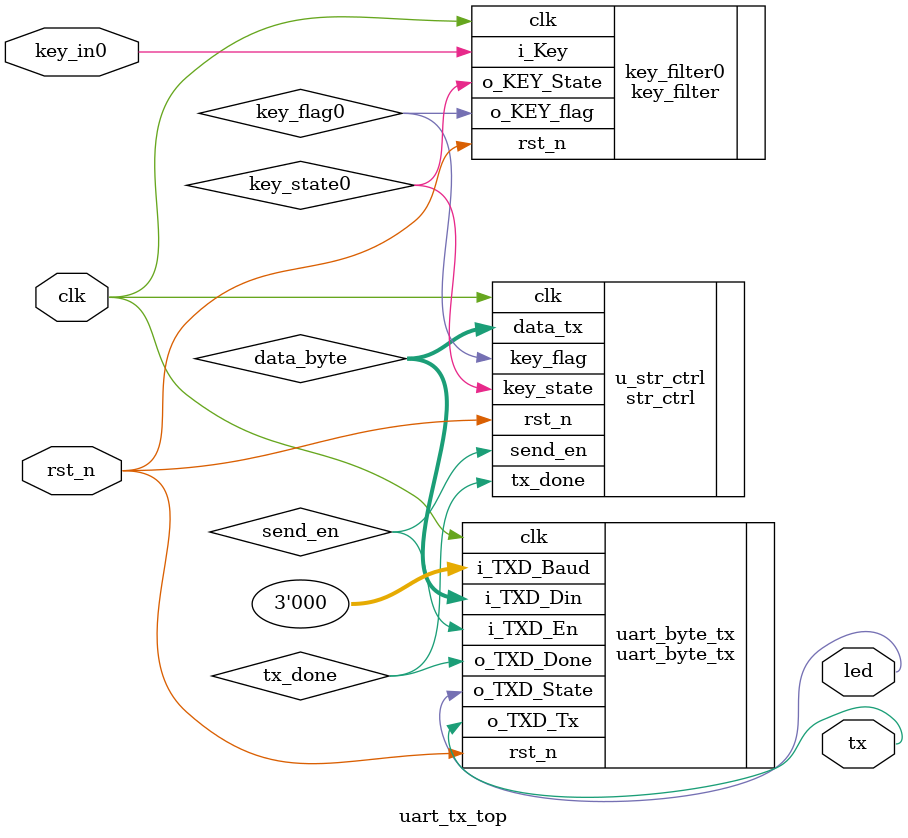
<source format=v>
`timescale 1ns/1ps

module uart_tx_top(clk,rst_n,tx,key_in0,led);

	input clk;
	input rst_n;
	input key_in0;
	
	output tx;
	output led;
	
	wire send_en;
	wire [7:0]data_byte;
	wire key_flag0;
	wire key_state0;

	//parameter data = 8'h7a;

	//assign data_byte = data;
	
	//assign send_en = key_flag0 & !key_state0;
	
	uart_byte_tx uart_byte_tx(
		.clk(clk),
		.rst_n(rst_n),
		.i_TXD_Din(data_byte),
		.i_TXD_En(send_en),
		.i_TXD_Baud(3'd0),
		
		.o_TXD_Tx(tx),
		.o_TXD_Done(tx_done),
		.o_TXD_State(led)
	);
	
	key_filter key_filter0(
		.clk(clk),
		.rst_n(rst_n),
		.i_Key(key_in0),
		.o_KEY_flag(key_flag0),
		.o_KEY_State(key_state0)
	);

	str_ctrl u_str_ctrl(
		.clk(clk),
		.rst_n(rst_n),
		.key_state(key_state0),
		.key_flag(key_flag0),
		.tx_done(tx_done),
 		.data_tx(data_byte),
 		.send_en(send_en)

	);
	
//	issp issp(
//		.probe(),
//		.source(data_byte)
//	);
	

endmodule

</source>
